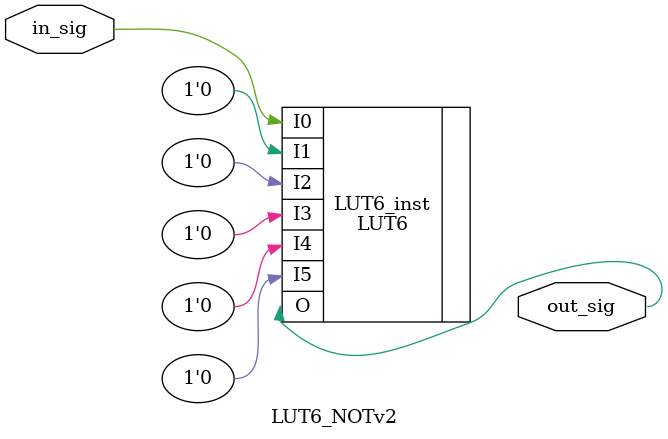
<source format=v>
`timescale 1ns / 1ps

module LUT6_NOTv2(
    input in_sig,
    output out_sig
    );
// LUT6: 6-input Look-Up Table with general output
// 7 Series
// Xilinx HDL Language Template, version 2018.3
(* LOCK_PINS="I0:A6, I1:A2, I2:A1, I3:A3, I4:A4, I5:A5" *) // Arash: this is important to make the inverters consistent
LUT6 #(
 .INIT(64'h5555555555555555) // Arash: This should make an inverter
) LUT6_inst (
 .O(out_sig), // LUT general output
 .I0(in_sig), // LUT input
 .I1(1'b0), // LUT input
 .I2(1'b0), // LUT input
 .I3(1'b0), // LUT input
 .I4(1'b0), // LUT input
 .I5(1'b0) // LUT input
);
// End of LUT6_inst instantiation
endmodule
</source>
